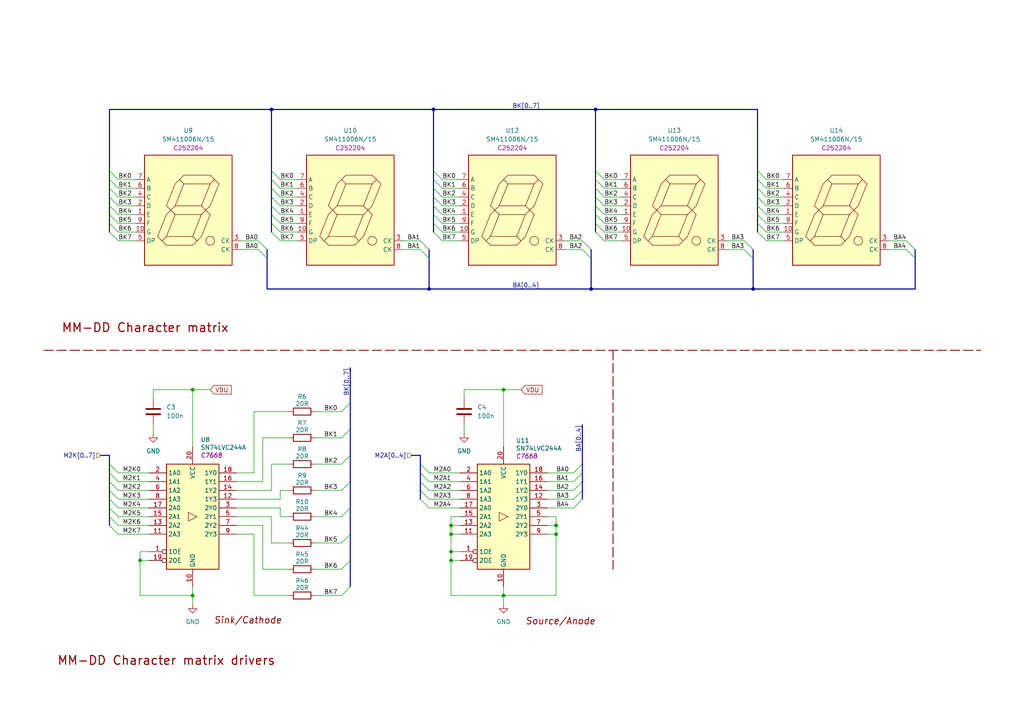
<source format=kicad_sch>
(kicad_sch (version 20250114) (generator "eeschema") (generator_version "9.0")
  (paper "A4")
  (title_block (title "MM-DD Character Matrix & Drivers ") (date "2025-10-31") (rev "v0.0") (company "Rajath Katker") (comment 4 "Final verification pending"))
  (lib_symbols
    (symbol "74xx:74AHC244"
      (property "Reference" "U" (at -7.62 16.51 0))
      (property "Value" "74AHC244" (at -7.62 -16.51 0))
      (symbol "74AHC244_1_0"
        (polyline (pts (xy 1.27 0) (xy -1.27 1.27) (xy -1.27 -1.27) (xy 1.27 0)) (stroke (width 0.1524)))
        (pin input line (at -12.7 12.7 0) (length 5.08) (name "1A0") (number "2"))
        (pin input line (at -12.7 10.16 0) (length 5.08) (name "1A1") (number "4"))
        (pin input line (at -12.7 7.62 0) (length 5.08) (name "1A2") (number "6"))
        (pin input line (at -12.7 5.08 0) (length 5.08) (name "1A3") (number "8"))
        (pin input line (at -12.7 2.54 0) (length 5.08) (name "2A0") (number "17"))
        (pin input line (at -12.7 0 0) (length 5.08) (name "2A1") (number "15"))
        (pin input line (at -12.7 -2.54 0) (length 5.08) (name "2A2") (number "13"))
        (pin input line (at -12.7 -5.08 0) (length 5.08) (name "2A3") (number "11"))
        (pin input inverted (at -12.7 -10.16 0) (length 5.08) (name "1OE") (number "1"))
        (pin input inverted (at -12.7 -12.7 0) (length 5.08) (name "2OE") (number "19"))
        (pin power_in line (at 0 20.32 270) (length 5.08) (name "VCC") (number "20"))
        (pin power_in line (at 0 -20.32 90) (length 5.08) (name "GND") (number "10"))
        (pin tri_state line (at 12.7 12.7 180) (length 5.08) (name "1Y0") (number "18"))
        (pin tri_state line (at 12.7 10.16 180) (length 5.08) (name "1Y1") (number "16"))
        (pin tri_state line (at 12.7 7.62 180) (length 5.08) (name "1Y2") (number "14"))
        (pin tri_state line (at 12.7 5.08 180) (length 5.08) (name "1Y3") (number "12"))
        (pin tri_state line (at 12.7 2.54 180) (length 5.08) (name "2Y0") (number "3"))
        (pin tri_state line (at 12.7 0 180) (length 5.08) (name "2Y1") (number "5"))
        (pin tri_state line (at 12.7 -2.54 180) (length 5.08) (name "2Y2") (number "7"))
        (pin tri_state line (at 12.7 -5.08 180) (length 5.08) (name "2Y3") (number "9"))
      )
      (symbol "74AHC244_1_1"
        (rectangle (start -7.62 15.24) (end 7.62 -15.24) (stroke (width 0.254)) (fill (type background)))
      )
    )
    (symbol "Device:C" (pin_numbers (hide yes)) (pin_names (offset 0.254))
      (property "Reference" "C" (at 0.635 2.54 0))
      (property "Value" "C" (at 0.635 -2.54 0))
      (symbol "C_0_1"
        (polyline (pts (xy -2.032 0.762) (xy 2.032 0.762)) (stroke (width 0.508)))
        (polyline (pts (xy -2.032 -0.762) (xy 2.032 -0.762)) (stroke (width 0.508)))
      )
      (symbol "C_1_1"
        (pin passive line (at 0 3.81 270) (length 2.794) (name "~") (number "1"))
        (pin passive line (at 0 -3.81 90) (length 2.794) (name "~") (number "2"))
      )
    )
    (symbol "Device:R" (pin_numbers (hide yes)) (pin_names (offset 0))
      (property "Reference" "R" (at 2.032 0 90))
      (property "Value" "R" (at 0 0 90))
      (symbol "R_0_1"
        (rectangle (start -1.016 -2.54) (end 1.016 2.54) (stroke (width 0.254)))
      )
      (symbol "R_1_1"
        (pin passive line (at 0 3.81 270) (length 1.27) (name "~") (number "1"))
        (pin passive line (at 0 -3.81 90) (length 1.27) (name "~") (number "2"))
      )
    )
    (symbol "power:GND" (power) (pin_numbers (hide yes)) (pin_names (offset 0) (hide yes))
      (property "Value" "GND" (at 0 -3.81 0))
      (symbol "GND_0_1"
        (polyline (pts (xy 0 0) (xy 0 -1.27) (xy 1.27 -1.27) (xy 0 -2.54) (xy -1.27 -1.27) (xy 0 -1.27)))
      )
      (symbol "GND_1_1"
        (pin power_in line (at 0 0 270) (length 0) (name "~") (number "1"))
      )
    )
    (symbol "precision_clock:SM411006N/15"
      (property "Reference" "U" (at 0 21.844 0))
      (property "Value" "SM411006N/15" (at 0 19.812 0))
      (symbol "SM411006N/15_0_1"
        (polyline (pts (xy -7.62 -8.89) (xy -6.35 -7.62)))
        (polyline (pts (xy -7.62 -8.89) (xy -6.35 -10.16)))
        (polyline (pts (xy -6.35 -7.62) (xy -3.81 -1.27)))
        (polyline (pts (xy -6.35 -7.62) (xy 1.27 -7.62)))
        (polyline (pts (xy -6.35 -10.16) (xy 1.27 -10.16) (xy 2.54 -8.89)))
        (polyline (pts (xy -5.08 0) (xy -6.35 -1.27) (xy -8.89 -7.62) (xy -7.62 -8.89)))
        (polyline (pts (xy -3.81 1.27) (xy -5.08 0)))
        (polyline (pts (xy -3.81 1.27) (xy 3.81 1.27)))
        (polyline (pts (xy -3.81 -1.27) (xy -5.08 0)))
        (polyline (pts (xy -3.81 -1.27) (xy 3.81 -1.27)))
        (polyline (pts (xy -2.54 8.89) (xy -3.81 7.62) (xy -6.35 1.27) (xy -5.08 0)))
        (polyline (pts (xy 1.27 -7.62) (xy 2.54 -8.89)))
        (polyline (pts (xy 2.54 -8.89) (xy 3.81 -7.62) (xy 6.35 -1.27) (xy 5.08 0)))
        (polyline (pts (xy 3.81 1.27) (xy 5.08 0)))
        (polyline (pts (xy 3.81 -1.27) (xy 1.27 -7.62)))
        (polyline (pts (xy 5.08 0) (xy 3.81 -1.27)))
        (polyline (pts (xy 5.08 0) (xy 6.35 1.27) (xy 8.89 7.62) (xy 7.62 8.89)))
        (polyline (pts (xy 6.35 7.62) (xy 3.81 1.27)))
        (polyline (pts (xy 6.35 7.62) (xy -1.27 7.62) (xy -3.81 1.27)))
        (polyline (pts (xy 6.35 7.62) (xy 7.62 8.89) (xy 6.35 10.16) (xy -1.27 10.16) (xy -2.54 8.89) (xy -1.27 7.62)))
        (circle (center 6.35 -8.89) (radius 1.27))
      )
      (symbol "SM411006N/15_1_1"
        (rectangle (start -12.7 15.9543) (end 12.7 -15.9544) (stroke (width 0.254)) (fill (type color) (color 255 255 194 1)))
        (pin input line (at -15.24 8.89 0) (length 2.54) (name "A") (number "7"))
        (pin input line (at -15.24 6.35 0) (length 2.54) (name "B") (number "6"))
        (pin input line (at -15.24 3.81 0) (length 2.54) (name "C") (number "4"))
        (pin input line (at -15.24 1.27 0) (length 2.54) (name "D") (number "2"))
        (pin input line (at -15.24 -1.27 0) (length 2.54) (name "E") (number "1"))
        (pin input line (at -15.24 -3.81 0) (length 2.54) (name "F") (number "9"))
        (pin input line (at -15.24 -6.35 0) (length 2.54) (name "G") (number "10"))
        (pin input line (at -15.24 -8.89 0) (length 2.54) (name "DP") (number "5"))
        (pin input line (at 15.24 -8.89 180) (length 2.54) (name "CK") (number "3"))
        (pin input line (at 15.24 -11.43 180) (length 2.54) (name "CK") (number "8"))
      )
    )
  )
  (text "Sink/Cathode " (at 72.644 180.086 0) (effects (font (size 1.905 1.905) (thickness 0.2381) (italic yes))))
  (text "MM-DD Character matrix" (at 17.78 95.25 0) (effects (font (size 2.54 2.54) (thickness 0.3175)) (justify left)))
  (text "MM-DD Character matrix drivers " (at 16.51 191.77 0) (effects (font (size 2.54 2.54) (thickness 0.3175)) (justify left)))
  (text "Source/Anode" (at 162.56 180.34 0) (effects (font (size 1.905 1.905) (thickness 0.2381) (italic yes))))
  (junction (at 40.64 162.56))
  (junction (at 172.72 31.75))
  (junction (at 125.73 31.75))
  (junction (at 130.81 162.56))
  (junction (at 55.88 113.03))
  (junction (at 146.05 172.72))
  (junction (at 55.88 172.72))
  (junction (at 130.81 154.94))
  (junction (at 161.29 152.4))
  (junction (at 161.29 154.94))
  (junction (at 130.81 152.4))
  (junction (at 78.74 31.75))
  (junction (at 218.44 83.82))
  (junction (at 146.05 113.03))
  (junction (at 130.81 160.02))
  (junction (at 171.45 83.82))
  (junction (at 124.46 83.82))
  (bus_entry (at 168.91 134.62) (size -2.54 2.54))
  (bus_entry (at 31.75 144.78) (size 2.54 2.54))
  (bus_entry (at 31.75 67.31) (size 2.54 2.54))
  (bus_entry (at 172.72 49.53) (size 2.54 2.54))
  (bus_entry (at 218.44 74.93) (size -2.54 -2.54))
  (bus_entry (at 121.92 144.78) (size 2.54 2.54))
  (bus_entry (at 172.72 57.15) (size 2.54 2.54))
  (bus_entry (at 101.6 124.46) (size -2.54 2.54))
  (bus_entry (at 31.75 52.07) (size 2.54 2.54))
  (bus_entry (at 31.75 152.4) (size 2.54 2.54))
  (bus_entry (at 124.46 74.93) (size -2.54 -2.54))
  (bus_entry (at 121.92 142.24) (size 2.54 2.54))
  (bus_entry (at 172.72 67.31) (size 2.54 2.54))
  (bus_entry (at 172.72 62.23) (size 2.54 2.54))
  (bus_entry (at 101.6 162.56) (size -2.54 2.54))
  (bus_entry (at 121.92 137.16) (size 2.54 2.54))
  (bus_entry (at 124.46 72.39) (size -2.54 -2.54))
  (bus_entry (at 121.92 139.7) (size 2.54 2.54))
  (bus_entry (at 78.74 62.23) (size 2.54 2.54))
  (bus_entry (at 168.91 144.78) (size -2.54 2.54))
  (bus_entry (at 31.75 139.7) (size 2.54 2.54))
  (bus_entry (at 101.6 139.7) (size -2.54 2.54))
  (bus_entry (at 31.75 64.77) (size 2.54 2.54))
  (bus_entry (at 78.74 59.69) (size 2.54 2.54))
  (bus_entry (at 31.75 54.61) (size 2.54 2.54))
  (bus_entry (at 78.74 52.07) (size 2.54 2.54))
  (bus_entry (at 219.71 62.23) (size 2.54 2.54))
  (bus_entry (at 125.73 57.15) (size 2.54 2.54))
  (bus_entry (at 78.74 64.77) (size 2.54 2.54))
  (bus_entry (at 31.75 134.62) (size 2.54 2.54))
  (bus_entry (at 77.47 74.93) (size -2.54 -2.54))
  (bus_entry (at 125.73 62.23) (size 2.54 2.54))
  (bus_entry (at 101.6 132.08) (size -2.54 2.54))
  (bus_entry (at 172.72 64.77) (size 2.54 2.54))
  (bus_entry (at 31.75 137.16) (size 2.54 2.54))
  (bus_entry (at 172.72 54.61) (size 2.54 2.54))
  (bus_entry (at 101.6 147.32) (size -2.54 2.54))
  (bus_entry (at 219.71 52.07) (size 2.54 2.54))
  (bus_entry (at 219.71 59.69) (size 2.54 2.54))
  (bus_entry (at 172.72 59.69) (size 2.54 2.54))
  (bus_entry (at 78.74 49.53) (size 2.54 2.54))
  (bus_entry (at 168.91 139.7) (size -2.54 2.54))
  (bus_entry (at 171.45 72.39) (size -2.54 -2.54))
  (bus_entry (at 31.75 49.53) (size 2.54 2.54))
  (bus_entry (at 125.73 59.69) (size 2.54 2.54))
  (bus_entry (at 219.71 49.53) (size 2.54 2.54))
  (bus_entry (at 218.44 72.39) (size -2.54 -2.54))
  (bus_entry (at 125.73 52.07) (size 2.54 2.54))
  (bus_entry (at 31.75 57.15) (size 2.54 2.54))
  (bus_entry (at 125.73 49.53) (size 2.54 2.54))
  (bus_entry (at 219.71 64.77) (size 2.54 2.54))
  (bus_entry (at 172.72 52.07) (size 2.54 2.54))
  (bus_entry (at 101.6 116.84) (size -2.54 2.54))
  (bus_entry (at 121.92 134.62) (size 2.54 2.54))
  (bus_entry (at 219.71 67.31) (size 2.54 2.54))
  (bus_entry (at 77.47 72.39) (size -2.54 -2.54))
  (bus_entry (at 219.71 54.61) (size 2.54 2.54))
  (bus_entry (at 78.74 57.15) (size 2.54 2.54))
  (bus_entry (at 171.45 74.93) (size -2.54 -2.54))
  (bus_entry (at 125.73 67.31) (size 2.54 2.54))
  (bus_entry (at 219.71 57.15) (size 2.54 2.54))
  (bus_entry (at 168.91 137.16) (size -2.54 2.54))
  (bus_entry (at 101.6 154.94) (size -2.54 2.54))
  (bus_entry (at 125.73 54.61) (size 2.54 2.54))
  (bus_entry (at 31.75 149.86) (size 2.54 2.54))
  (bus_entry (at 31.75 142.24) (size 2.54 2.54))
  (bus_entry (at 78.74 67.31) (size 2.54 2.54))
  (bus_entry (at 31.75 59.69) (size 2.54 2.54))
  (bus_entry (at 265.43 72.39) (size -2.54 -2.54))
  (bus_entry (at 168.91 142.24) (size -2.54 2.54))
  (bus_entry (at 265.43 74.93) (size -2.54 -2.54))
  (bus_entry (at 125.73 64.77) (size 2.54 2.54))
  (bus_entry (at 31.75 62.23) (size 2.54 2.54))
  (bus_entry (at 78.74 54.61) (size 2.54 2.54))
  (bus_entry (at 31.75 147.32) (size 2.54 2.54))
  (bus_entry (at 101.6 170.18) (size -2.54 2.54))
  (wire (pts (xy 78.74 134.62) (xy 83.82 134.62)))
  (wire (pts (xy 146.05 113.03) (xy 146.05 129.54)))
  (bus (pts (xy 121.92 134.62) (xy 121.92 137.16)))
  (wire (pts (xy 128.27 62.23) (xy 133.35 62.23)))
  (wire (pts (xy 130.81 152.4) (xy 130.81 149.86)))
  (wire (pts (xy 158.75 137.16) (xy 166.37 137.16)))
  (bus (pts (xy 125.73 49.53) (xy 125.73 52.07)))
  (wire (pts (xy 222.25 52.07) (xy 227.33 52.07)))
  (wire (pts (xy 76.2 165.1) (xy 83.82 165.1)))
  (wire (pts (xy 210.82 69.85) (xy 215.9 69.85)))
  (bus (pts (xy 219.71 52.07) (xy 219.71 54.61)))
  (wire (pts (xy 81.28 67.31) (xy 86.36 67.31)))
  (wire (pts (xy 81.28 142.24) (xy 81.28 144.78)))
  (bus (pts (xy 168.91 134.62) (xy 168.91 137.16)))
  (wire (pts (xy 175.26 67.31) (xy 180.34 67.31)))
  (wire (pts (xy 124.46 139.7) (xy 133.35 139.7)))
  (wire (pts (xy 134.62 113.03) (xy 146.05 113.03)))
  (wire (pts (xy 81.28 57.15) (xy 86.36 57.15)))
  (wire (pts (xy 128.27 64.77) (xy 133.35 64.77)))
  (bus (pts (xy 172.72 59.69) (xy 172.72 62.23)))
  (bus (pts (xy 77.47 74.93) (xy 77.47 83.82)))
  (wire (pts (xy 81.28 62.23) (xy 86.36 62.23)))
  (bus (pts (xy 168.91 142.24) (xy 168.91 144.78)))
  (bus (pts (xy 78.74 57.15) (xy 78.74 59.69)))
  (wire (pts (xy 128.27 54.61) (xy 133.35 54.61)))
  (bus (pts (xy 31.75 134.62) (xy 31.75 137.16)))
  (wire (pts (xy 78.74 134.62) (xy 78.74 142.24)))
  (wire (pts (xy 73.66 172.72) (xy 83.82 172.72)))
  (wire (pts (xy 128.27 69.85) (xy 133.35 69.85)))
  (bus (pts (xy 124.46 74.93) (xy 124.46 83.82)))
  (wire (pts (xy 44.45 115.57) (xy 44.45 113.03)))
  (bus (pts (xy 77.47 83.82) (xy 124.46 83.82)))
  (wire (pts (xy 257.81 72.39) (xy 262.89 72.39)))
  (bus (pts (xy 124.46 72.39) (xy 124.46 74.93)))
  (wire (pts (xy 163.83 69.85) (xy 168.91 69.85)))
  (wire (pts (xy 68.58 149.86) (xy 78.74 149.86)))
  (bus (pts (xy 29.21 132.08) (xy 31.75 132.08)))
  (wire (pts (xy 73.66 137.16) (xy 73.66 119.38)))
  (wire (pts (xy 55.88 172.72) (xy 55.88 175.26)))
  (wire (pts (xy 134.62 115.57) (xy 134.62 113.03)))
  (wire (pts (xy 91.44 157.48) (xy 99.06 157.48)))
  (bus (pts (xy 31.75 62.23) (xy 31.75 64.77)))
  (bus (pts (xy 218.44 74.93) (xy 218.44 83.82)))
  (wire (pts (xy 40.64 172.72) (xy 55.88 172.72)))
  (wire (pts (xy 78.74 157.48) (xy 83.82 157.48)))
  (wire (pts (xy 73.66 119.38) (xy 83.82 119.38)))
  (wire (pts (xy 81.28 69.85) (xy 86.36 69.85)))
  (bus (pts (xy 31.75 59.69) (xy 31.75 62.23)))
  (wire (pts (xy 34.29 69.85) (xy 39.37 69.85)))
  (wire (pts (xy 175.26 54.61) (xy 180.34 54.61)))
  (wire (pts (xy 210.82 72.39) (xy 215.9 72.39)))
  (wire (pts (xy 130.81 160.02) (xy 130.81 154.94)))
  (wire (pts (xy 175.26 52.07) (xy 180.34 52.07)))
  (wire (pts (xy 130.81 172.72) (xy 146.05 172.72)))
  (wire (pts (xy 124.46 137.16) (xy 133.35 137.16)))
  (wire (pts (xy 130.81 154.94) (xy 133.35 154.94)))
  (bus (pts (xy 31.75 139.7) (xy 31.75 142.24)))
  (bus (pts (xy 219.71 49.53) (xy 219.71 52.07)))
  (bus (pts (xy 78.74 59.69) (xy 78.74 62.23)))
  (wire (pts (xy 128.27 59.69) (xy 133.35 59.69)))
  (wire (pts (xy 91.44 165.1) (xy 99.06 165.1)))
  (bus (pts (xy 125.73 62.23) (xy 125.73 64.77)))
  (wire (pts (xy 91.44 172.72) (xy 99.06 172.72)))
  (wire (pts (xy 81.28 144.78) (xy 68.58 144.78)))
  (wire (pts (xy 130.81 154.94) (xy 130.81 152.4)))
  (wire (pts (xy 130.81 162.56) (xy 130.81 172.72)))
  (bus (pts (xy 78.74 52.07) (xy 78.74 54.61)))
  (wire (pts (xy 222.25 69.85) (xy 227.33 69.85)))
  (bus (pts (xy 121.92 142.24) (xy 121.92 144.78)))
  (wire (pts (xy 81.28 52.07) (xy 86.36 52.07)))
  (wire (pts (xy 34.29 62.23) (xy 39.37 62.23)))
  (bus (pts (xy 219.71 64.77) (xy 219.71 67.31)))
  (bus (pts (xy 31.75 31.75) (xy 31.75 49.53)))
  (wire (pts (xy 161.29 149.86) (xy 161.29 152.4)))
  (wire (pts (xy 158.75 147.32) (xy 166.37 147.32)))
  (wire (pts (xy 43.18 160.02) (xy 40.64 160.02)))
  (bus (pts (xy 119.38 132.08) (xy 121.92 132.08)))
  (bus (pts (xy 124.46 83.82) (xy 171.45 83.82)))
  (bus (pts (xy 219.71 62.23) (xy 219.71 64.77)))
  (wire (pts (xy 158.75 144.78) (xy 166.37 144.78)))
  (wire (pts (xy 128.27 57.15) (xy 133.35 57.15)))
  (wire (pts (xy 116.84 69.85) (xy 121.92 69.85)))
  (wire (pts (xy 76.2 139.7) (xy 76.2 127)))
  (wire (pts (xy 222.25 64.77) (xy 227.33 64.77)))
  (bus (pts (xy 219.71 31.75) (xy 219.71 49.53)))
  (wire (pts (xy 175.26 69.85) (xy 180.34 69.85)))
  (bus (pts (xy 172.72 31.75) (xy 172.72 49.53)))
  (wire (pts (xy 34.29 54.61) (xy 39.37 54.61)))
  (wire (pts (xy 68.58 139.7) (xy 76.2 139.7)))
  (wire (pts (xy 34.29 149.86) (xy 43.18 149.86)))
  (bus (pts (xy 101.6 147.32) (xy 101.6 154.94)))
  (bus (pts (xy 78.74 62.23) (xy 78.74 64.77)))
  (wire (pts (xy 91.44 119.38) (xy 99.06 119.38)))
  (wire (pts (xy 124.46 147.32) (xy 133.35 147.32)))
  (wire (pts (xy 222.25 59.69) (xy 227.33 59.69)))
  (wire (pts (xy 128.27 67.31) (xy 133.35 67.31)))
  (bus (pts (xy 121.92 132.08) (xy 121.92 134.62)))
  (wire (pts (xy 158.75 142.24) (xy 166.37 142.24)))
  (bus (pts (xy 78.74 64.77) (xy 78.74 67.31)))
  (wire (pts (xy 73.66 154.94) (xy 73.66 172.72)))
  (wire (pts (xy 68.58 142.24) (xy 78.74 142.24)))
  (wire (pts (xy 124.46 142.24) (xy 133.35 142.24)))
  (wire (pts (xy 81.28 64.77) (xy 86.36 64.77)))
  (wire (pts (xy 175.26 62.23) (xy 180.34 62.23)))
  (bus (pts (xy 172.72 62.23) (xy 172.72 64.77)))
  (bus (pts (xy 31.75 31.75) (xy 78.74 31.75)))
  (wire (pts (xy 134.62 123.19) (xy 134.62 125.73)))
  (wire (pts (xy 146.05 170.18) (xy 146.05 172.72)))
  (bus (pts (xy 218.44 72.39) (xy 218.44 74.93)))
  (wire (pts (xy 34.29 142.24) (xy 43.18 142.24)))
  (bus (pts (xy 125.73 64.77) (xy 125.73 67.31)))
  (wire (pts (xy 69.85 72.39) (xy 74.93 72.39)))
  (bus (pts (xy 219.71 59.69) (xy 219.71 62.23)))
  (wire (pts (xy 44.45 123.19) (xy 44.45 125.73)))
  (bus (pts (xy 168.91 123.19) (xy 168.91 134.62)))
  (bus (pts (xy 31.75 142.24) (xy 31.75 144.78)))
  (wire (pts (xy 81.28 142.24) (xy 83.82 142.24)))
  (wire (pts (xy 34.29 152.4) (xy 43.18 152.4)))
  (bus (pts (xy 78.74 31.75) (xy 125.73 31.75)))
  (wire (pts (xy 55.88 113.03) (xy 55.88 129.54)))
  (wire (pts (xy 34.29 59.69) (xy 39.37 59.69)))
  (wire (pts (xy 130.81 149.86) (xy 133.35 149.86)))
  (wire (pts (xy 81.28 147.32) (xy 81.28 149.86)))
  (wire (pts (xy 161.29 172.72) (xy 146.05 172.72)))
  (bus (pts (xy 172.72 49.53) (xy 172.72 52.07)))
  (wire (pts (xy 151.13 113.03) (xy 146.05 113.03)))
  (wire (pts (xy 76.2 127) (xy 83.82 127)))
  (polyline (pts (xy 12.7 101.6) (xy 284.48 101.6)) (stroke (width 0.254) (type dash) (color 132 0 0 1)))
  (bus (pts (xy 219.71 57.15) (xy 219.71 59.69)))
  (wire (pts (xy 257.81 69.85) (xy 262.89 69.85)))
  (wire (pts (xy 81.28 149.86) (xy 83.82 149.86)))
  (wire (pts (xy 161.29 154.94) (xy 161.29 172.72)))
  (wire (pts (xy 130.81 152.4) (xy 133.35 152.4)))
  (bus (pts (xy 77.47 72.39) (xy 77.47 74.93)))
  (wire (pts (xy 175.26 57.15) (xy 180.34 57.15)))
  (bus (pts (xy 31.75 132.08) (xy 31.75 134.62)))
  (bus (pts (xy 265.43 83.82) (xy 265.43 74.93)))
  (wire (pts (xy 60.96 113.03) (xy 55.88 113.03)))
  (wire (pts (xy 128.27 52.07) (xy 133.35 52.07)))
  (bus (pts (xy 101.6 116.84) (xy 101.6 124.46)))
  (wire (pts (xy 175.26 59.69) (xy 180.34 59.69)))
  (bus (pts (xy 31.75 54.61) (xy 31.75 57.15)))
  (wire (pts (xy 91.44 127) (xy 99.06 127)))
  (bus (pts (xy 172.72 64.77) (xy 172.72 67.31)))
  (wire (pts (xy 81.28 59.69) (xy 86.36 59.69)))
  (bus (pts (xy 121.92 137.16) (xy 121.92 139.7)))
  (wire (pts (xy 222.25 62.23) (xy 227.33 62.23)))
  (bus (pts (xy 31.75 149.86) (xy 31.75 152.4)))
  (bus (pts (xy 31.75 137.16) (xy 31.75 139.7)))
  (bus (pts (xy 31.75 64.77) (xy 31.75 67.31)))
  (bus (pts (xy 125.73 59.69) (xy 125.73 62.23)))
  (wire (pts (xy 130.81 162.56) (xy 133.35 162.56)))
  (bus (pts (xy 78.74 31.75) (xy 78.74 49.53)))
  (bus (pts (xy 125.73 31.75) (xy 125.73 49.53)))
  (bus (pts (xy 168.91 139.7) (xy 168.91 142.24)))
  (wire (pts (xy 158.75 139.7) (xy 166.37 139.7)))
  (wire (pts (xy 34.29 64.77) (xy 39.37 64.77)))
  (wire (pts (xy 158.75 154.94) (xy 161.29 154.94)))
  (wire (pts (xy 91.44 149.86) (xy 99.06 149.86)))
  (wire (pts (xy 146.05 172.72) (xy 146.05 175.26)))
  (polyline (pts (xy 177.8 101.6) (xy 177.8 165.1)) (stroke (width 0.254) (type dash) (color 132 0 0 1)))
  (wire (pts (xy 222.25 57.15) (xy 227.33 57.15)))
  (wire (pts (xy 133.35 160.02) (xy 130.81 160.02)))
  (bus (pts (xy 172.72 57.15) (xy 172.72 59.69)))
  (wire (pts (xy 34.29 57.15) (xy 39.37 57.15)))
  (bus (pts (xy 121.92 139.7) (xy 121.92 142.24)))
  (wire (pts (xy 158.75 149.86) (xy 161.29 149.86)))
  (bus (pts (xy 125.73 57.15) (xy 125.73 59.69)))
  (bus (pts (xy 125.73 54.61) (xy 125.73 57.15)))
  (wire (pts (xy 69.85 69.85) (xy 74.93 69.85)))
  (wire (pts (xy 40.64 162.56) (xy 43.18 162.56)))
  (bus (pts (xy 125.73 52.07) (xy 125.73 54.61)))
  (wire (pts (xy 34.29 67.31) (xy 39.37 67.31)))
  (wire (pts (xy 91.44 134.62) (xy 99.06 134.62)))
  (wire (pts (xy 68.58 147.32) (xy 81.28 147.32)))
  (wire (pts (xy 68.58 152.4) (xy 76.2 152.4)))
  (wire (pts (xy 76.2 152.4) (xy 76.2 165.1)))
  (bus (pts (xy 31.75 147.32) (xy 31.75 149.86)))
  (bus (pts (xy 101.6 106.68) (xy 101.6 116.84)))
  (wire (pts (xy 34.29 154.94) (xy 43.18 154.94)))
  (bus (pts (xy 125.73 31.75) (xy 172.72 31.75)))
  (bus (pts (xy 31.75 52.07) (xy 31.75 54.61)))
  (wire (pts (xy 161.29 152.4) (xy 161.29 154.94)))
  (bus (pts (xy 219.71 54.61) (xy 219.71 57.15)))
  (bus (pts (xy 265.43 72.39) (xy 265.43 74.93)))
  (wire (pts (xy 78.74 149.86) (xy 78.74 157.48)))
  (wire (pts (xy 175.26 64.77) (xy 180.34 64.77)))
  (wire (pts (xy 34.29 144.78) (xy 43.18 144.78)))
  (bus (pts (xy 101.6 162.56) (xy 101.6 170.18)))
  (bus (pts (xy 218.44 83.82) (xy 265.43 83.82)))
  (wire (pts (xy 44.45 113.03) (xy 55.88 113.03)))
  (bus (pts (xy 101.6 154.94) (xy 101.6 162.56)))
  (wire (pts (xy 34.29 147.32) (xy 43.18 147.32)))
  (wire (pts (xy 40.64 162.56) (xy 40.64 172.72)))
  (wire (pts (xy 73.66 154.94) (xy 68.58 154.94)))
  (bus (pts (xy 171.45 83.82) (xy 218.44 83.82)))
  (bus (pts (xy 172.72 54.61) (xy 172.72 57.15)))
  (bus (pts (xy 31.75 49.53) (xy 31.75 52.07)))
  (wire (pts (xy 222.25 54.61) (xy 227.33 54.61)))
  (wire (pts (xy 124.46 144.78) (xy 133.35 144.78)))
  (bus (pts (xy 101.6 124.46) (xy 101.6 132.08)))
  (bus (pts (xy 172.72 31.75) (xy 219.71 31.75)))
  (bus (pts (xy 172.72 52.07) (xy 172.72 54.61)))
  (bus (pts (xy 171.45 72.39) (xy 171.45 74.93)))
  (wire (pts (xy 81.28 54.61) (xy 86.36 54.61)))
  (bus (pts (xy 101.6 139.7) (xy 101.6 147.32)))
  (wire (pts (xy 55.88 170.18) (xy 55.88 172.72)))
  (wire (pts (xy 116.84 72.39) (xy 121.92 72.39)))
  (wire (pts (xy 40.64 160.02) (xy 40.64 162.56)))
  (wire (pts (xy 130.81 160.02) (xy 130.81 162.56)))
  (bus (pts (xy 31.75 144.78) (xy 31.75 147.32)))
  (bus (pts (xy 78.74 54.61) (xy 78.74 57.15)))
  (wire (pts (xy 91.44 142.24) (xy 99.06 142.24)))
  (bus (pts (xy 171.45 74.93) (xy 171.45 83.82)))
  (wire (pts (xy 68.58 137.16) (xy 73.66 137.16)))
  (wire (pts (xy 222.25 67.31) (xy 227.33 67.31)))
  (bus (pts (xy 78.74 49.53) (xy 78.74 52.07)))
  (wire (pts (xy 163.83 72.39) (xy 168.91 72.39)))
  (wire (pts (xy 34.29 52.07) (xy 39.37 52.07)))
  (wire (pts (xy 34.29 139.7) (xy 43.18 139.7)))
  (wire (pts (xy 158.75 152.4) (xy 161.29 152.4)))
  (bus (pts (xy 168.91 137.16) (xy 168.91 139.7)))
  (bus (pts (xy 101.6 132.08) (xy 101.6 139.7)))
  (wire (pts (xy 34.29 137.16) (xy 43.18 137.16)))
  (bus (pts (xy 31.75 57.15) (xy 31.75 59.69)))
  (label "BK4" (at 175.26 62.23 0))
  (label "BA3" (at 161.29 144.78 0))
  (label "M2A4" (at 125.73 147.32 0))
  (label "BK7" (at 175.26 69.85 0))
  (label "BK2" (at 93.98 134.62 0))
  (label "BK7" (at 93.98 172.72 0))
  (label "BK4" (at 128.27 62.23 0))
  (label "M2A2" (at 125.73 142.24 0))
  (label "BK0" (at 128.27 52.07 0))
  (label "BA0" (at 161.29 137.16 0))
  (label "BK1" (at 128.27 54.61 0))
  (label "BA[0..4]" (at 148.59 83.82 0))
  (label "BK2" (at 128.27 57.15 0))
  (label "BA1" (at 161.29 139.7 0))
  (label "BK6" (at 128.27 67.31 0))
  (label "BK[0..7]" (at 148.59 31.75 0))
  (label "BK6" (at 93.98 165.1 0))
  (label "BK6" (at 81.28 67.31 0))
  (label "M2K5" (at 35.56 149.86 0))
  (label "BA1" (at 118.11 72.39 0))
  (label "BK3" (at 81.28 59.69 0))
  (label "BK3" (at 34.29 59.69 0))
  (label "BK2" (at 175.26 57.15 0))
  (label "BK3" (at 222.25 59.69 0))
  (label "BA2" (at 165.1 72.39 0))
  (label "BK7" (at 81.28 69.85 0))
  (label "BK1" (at 175.26 54.61 0))
  (label "BK7" (at 222.25 69.85 0))
  (label "BA0" (at 71.12 69.85 0))
  (label "M2A3" (at 125.73 144.78 0))
  (label "BK5" (at 222.25 64.77 0))
  (label "BK0" (at 175.26 52.07 0))
  (label "BK5" (at 81.28 64.77 0))
  (label "BK5" (at 128.27 64.77 0))
  (label "BK1" (at 222.25 54.61 0))
  (label "BA2" (at 165.1 69.85 0))
  (label "BA4" (at 259.08 72.39 0))
  (label "BK6" (at 175.26 67.31 0))
  (label "BK1" (at 34.29 54.61 0))
  (label "BK5" (at 175.26 64.77 0))
  (label "BK6" (at 222.25 67.31 0))
  (label "M2K6" (at 35.56 152.4 0))
  (label "BA0" (at 71.12 72.39 0))
  (label "M2K0" (at 35.56 137.16 0))
  (label "BA3" (at 212.09 72.39 0))
  (label "M2K7" (at 35.56 154.94 0))
  (label "BK2" (at 81.28 57.15 0))
  (label "BK4" (at 93.98 149.86 0))
  (label "BA[0..4]" (at 168.91 123.19 270))
  (label "BA4" (at 259.08 69.85 0))
  (label "M2A1" (at 125.73 139.7 0))
  (label "BK[0..7]" (at 101.6 106.68 270))
  (label "BK7" (at 128.27 69.85 0))
  (label "BK1" (at 81.28 54.61 0))
  (label "BK3" (at 175.26 59.69 0))
  (label "M2A0" (at 125.73 137.16 0))
  (label "BK3" (at 128.27 59.69 0))
  (label "BA2" (at 161.29 142.24 0))
  (label "M2K2" (at 35.56 142.24 0))
  (label "BK2" (at 222.25 57.15 0))
  (label "BK0" (at 81.28 52.07 0))
  (label "BK0" (at 93.98 119.38 0))
  (label "BK0" (at 34.29 52.07 0))
  (label "BA4" (at 161.29 147.32 0))
  (label "M2K4" (at 35.56 147.32 0))
  (label "BA1" (at 118.11 69.85 0))
  (label "BK2" (at 34.29 57.15 0))
  (label "BK7" (at 34.29 69.85 0))
  (label "BK4" (at 34.29 62.23 0))
  (label "BK3" (at 93.98 142.24 0))
  (label "BK4" (at 222.25 62.23 0))
  (label "BK0" (at 222.25 52.07 0))
  (label "M2K3" (at 35.56 144.78 0))
  (label "BK5" (at 34.29 64.77 0))
  (label "BK5" (at 93.98 157.48 0))
  (label "M2K1" (at 35.56 139.7 0))
  (label "BK6" (at 34.29 67.31 0))
  (label "BK1" (at 93.98 127 0))
  (label "BK4" (at 81.28 62.23 0))
  (label "BA3" (at 212.09 69.85 0))
  (global_label "VDU" (shape input) (at 151.13 113.03 0) (property "Intersheetrefs" "${INTERSHEET_REFS}" (effects (hide yes))))
  (global_label "VDU" (shape input) (at 60.96 113.03 0) (property "Intersheetrefs" "${INTERSHEET_REFS}" (effects (hide yes))))
  (hierarchical_label "M2K[0..7]" (shape input) (at 29.21 132.08 180))
  (hierarchical_label "M2A[0..4]" (shape input) (at 119.38 132.08 180))
  (symbol (lib_id "74xx:74AHC244") (at 55.88 149.86 0) (unit 1)
    (property "Reference" "U8" (at 58.166 127.508 0) (effects (justify left)))
    (property "Value" "SN74LVC244A" (at 58.166 129.794 0) (effects (justify left)))
    (property "Footprint" "Package_SO:TSSOP-20_4.4x6.5mm_P0.65mm" (effects (hide yes)))
    (property "Datasheet" "https://jlcpcb.com/api/file/downloadByFileSystemAccessId/8579714871891714048" (effects (hide yes)))
    (property "Description" "8-bit Buffer/Line Driver 3-state" (effects (hide yes)))
    (property "LCSC" "C7668" (at 58.166 132.08 0) (effects (font (italic yes)) (justify left)))
  )
  (symbol (lib_id "precision_clock:SM411006N/15") (at 101.6 60.96 0) (unit 1)
    (property "Reference" "U10" (at 101.6 37.846 0))
    (property "Value" "SM411006N/15" (at 101.6 40.386 0))
    (property "Footprint" "precision_clock:SM411006N15" (effects (hide yes)))
    (property "Datasheet" "https://www.lcsc.com/datasheet/C252204.pdf" (effects (hide yes)))
    (property "Description" "25.4 mm (1.0 inch) Single Digit Numeric Display" (effects (hide yes)))
    (property "LCSC" "C252204" (at 101.6 42.926 0))
  )
  (symbol (lib_id "Device:C") (at 44.45 119.38 0) (unit 1)
    (property "Reference" "C3" (at 48.26 118.1099 0) (effects (justify left)))
    (property "Value" "100n" (at 48.26 120.6499 0) (effects (justify left)))
    (property "Description" "Unpolarized capacitor" (effects (hide yes)))
  )
  (symbol (lib_id "Device:R") (at 87.63 172.72 90) (unit 1)
    (property "Reference" "R46" (at 87.63 168.402 90))
    (property "Value" "20R" (at 87.63 170.434 90))
    (property "Description" "Resistor" (effects (hide yes)))
  )
  (symbol (lib_id "74xx:74AHC244") (at 146.05 149.86 0) (unit 1)
    (property "Reference" "U11" (at 149.606 127.762 0) (effects (justify left)))
    (property "Value" "SN74LVC244A" (at 149.606 130.048 0) (effects (justify left)))
    (property "Footprint" "Package_SO:TSSOP-20_4.4x6.5mm_P0.65mm" (effects (hide yes)))
    (property "Datasheet" "https://jlcpcb.com/api/file/downloadByFileSystemAccessId/8579714871891714048" (effects (hide yes)))
    (property "Description" "8-bit Buffer/Line Driver 3-state" (effects (hide yes)))
    (property "LCSC" "C7668" (at 149.606 132.334 0) (effects (font (italic yes)) (justify left)))
  )
  (symbol (lib_id "Device:R") (at 87.63 149.86 90) (unit 1)
    (property "Reference" "R10" (at 87.63 145.542 90))
    (property "Value" "20R" (at 87.63 147.574 90))
    (property "Description" "Resistor" (effects (hide yes)))
  )
  (symbol (lib_id "precision_clock:SM411006N/15") (at 195.58 60.96 0) (unit 1)
    (property "Reference" "U13" (at 195.58 37.846 0))
    (property "Value" "SM411006N/15" (at 195.58 40.386 0))
    (property "Footprint" "precision_clock:SM411006N15" (effects (hide yes)))
    (property "Datasheet" "https://www.lcsc.com/datasheet/C252204.pdf" (effects (hide yes)))
    (property "Description" "25.4 mm (1.0 inch) Single Digit Numeric Display" (effects (hide yes)))
    (property "LCSC" "C252204" (at 195.58 42.926 0))
  )
  (symbol (lib_id "precision_clock:SM411006N/15") (at 148.59 60.96 0) (unit 1)
    (property "Reference" "U12" (at 148.59 37.846 0))
    (property "Value" "SM411006N/15" (at 148.59 40.386 0))
    (property "Footprint" "precision_clock:SM411006N15" (effects (hide yes)))
    (property "Datasheet" "https://www.lcsc.com/datasheet/C252204.pdf" (effects (hide yes)))
    (property "Description" "25.4 mm (1.0 inch) Single Digit Numeric Display" (effects (hide yes)))
    (property "LCSC" "C252204" (at 148.59 42.926 0))
  )
  (symbol (lib_id "Device:R") (at 87.63 165.1 90) (unit 1)
    (property "Reference" "R45" (at 87.63 160.782 90))
    (property "Value" "20R" (at 87.63 162.814 90))
    (property "Description" "Resistor" (effects (hide yes)))
  )
  (symbol (lib_id "power:GND") (at 44.45 125.73 0) (unit 1)
    (property "Reference" "#PWR05" (effects (hide yes)))
    (property "Value" "GND" (at 44.45 130.81 0))
    (property "Description" "Power symbol creates a global label with name \"GND\" , ground" (effects (hide yes)))
  )
  (symbol (lib_id "Device:R") (at 87.63 157.48 90) (unit 1)
    (property "Reference" "R44" (at 87.63 153.162 90))
    (property "Value" "20R" (at 87.63 155.194 90))
    (property "Description" "Resistor" (effects (hide yes)))
  )
  (symbol (lib_id "Device:C") (at 134.62 119.38 0) (unit 1)
    (property "Reference" "C4" (at 138.43 118.1099 0) (effects (justify left)))
    (property "Value" "100n" (at 138.43 120.6499 0) (effects (justify left)))
    (property "Description" "Unpolarized capacitor" (effects (hide yes)))
  )
  (symbol (lib_id "Device:R") (at 87.63 119.38 90) (unit 1)
    (property "Reference" "R6" (at 87.63 115.062 90))
    (property "Value" "20R" (at 87.63 117.094 90))
    (property "Description" "Resistor" (effects (hide yes)))
  )
  (symbol (lib_id "power:GND") (at 146.05 175.26 0) (unit 1)
    (property "Reference" "#PWR08" (effects (hide yes)))
    (property "Value" "GND" (at 146.05 180.34 0))
    (property "Description" "Power symbol creates a global label with name \"GND\" , ground" (effects (hide yes)))
  )
  (symbol (lib_id "Device:R") (at 87.63 134.62 90) (unit 1)
    (property "Reference" "R8" (at 87.63 130.302 90))
    (property "Value" "20R" (at 87.63 132.334 90))
    (property "Description" "Resistor" (effects (hide yes)))
  )
  (symbol (lib_id "precision_clock:SM411006N/15") (at 54.61 60.96 0) (unit 1)
    (property "Reference" "U9" (at 54.61 37.846 0))
    (property "Value" "SM411006N/15" (at 54.61 40.386 0))
    (property "Footprint" "precision_clock:SM411006N15" (effects (hide yes)))
    (property "Datasheet" "https://www.lcsc.com/datasheet/C252204.pdf" (effects (hide yes)))
    (property "Description" "25.4 mm (1.0 inch) Single Digit Numeric Display" (effects (hide yes)))
    (property "LCSC" "C252204" (at 54.61 42.926 0))
  )
  (symbol (lib_id "Device:R") (at 87.63 127 90) (unit 1)
    (property "Reference" "R7" (at 87.63 122.682 90))
    (property "Value" "20R" (at 87.63 124.714 90))
    (property "Description" "Resistor" (effects (hide yes)))
  )
  (symbol (lib_id "precision_clock:SM411006N/15") (at 242.57 60.96 0) (unit 1)
    (property "Reference" "U14" (at 242.57 37.846 0))
    (property "Value" "SM411006N/15" (at 242.57 40.386 0))
    (property "Footprint" "precision_clock:SM411006N15" (effects (hide yes)))
    (property "Datasheet" "https://www.lcsc.com/datasheet/C252204.pdf" (effects (hide yes)))
    (property "Description" "25.4 mm (1.0 inch) Single Digit Numeric Display" (effects (hide yes)))
    (property "LCSC" "C252204" (at 242.57 42.926 0))
  )
  (symbol (lib_id "power:GND") (at 134.62 125.73 0) (unit 1)
    (property "Reference" "#PWR07" (effects (hide yes)))
    (property "Value" "GND" (at 134.62 130.81 0))
    (property "Description" "Power symbol creates a global label with name \"GND\" , ground" (effects (hide yes)))
  )
  (symbol (lib_id "Device:R") (at 87.63 142.24 90) (unit 1)
    (property "Reference" "R9" (at 87.63 137.922 90))
    (property "Value" "20R" (at 87.63 139.954 90))
    (property "Description" "Resistor" (effects (hide yes)))
  )
  (symbol (lib_id "power:GND") (at 55.88 175.26 0) (unit 1)
    (property "Reference" "#PWR06" (effects (hide yes)))
    (property "Value" "GND" (at 55.88 180.34 0))
    (property "Description" "Power symbol creates a global label with name \"GND\" , ground" (effects (hide yes)))
  )
)
</source>
